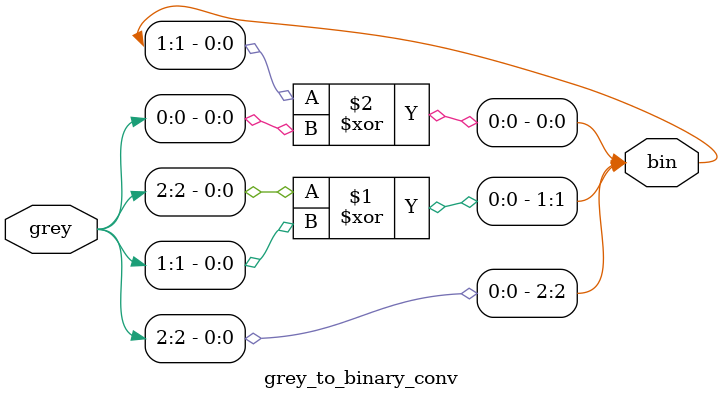
<source format=v>
`timescale 1ns / 1ps
module grey_to_binary_conv 
       #(parameter n=3)       //n is bit length of grey or binary number.
       (grey, bin);
       
    input [n-1:0] grey;
    output wire [n-1:0] bin;
    
    assign bin[n-1] = grey[n-1];
    genvar i;                //genvar variables hold 32 bit positive integer value. can be used in synthesizable for loops.
    for(i=n-2; i>=0; i=i-1)
    begin
        assign bin[i] = bin[i+1]^grey[i];
    end
endmodule

</source>
